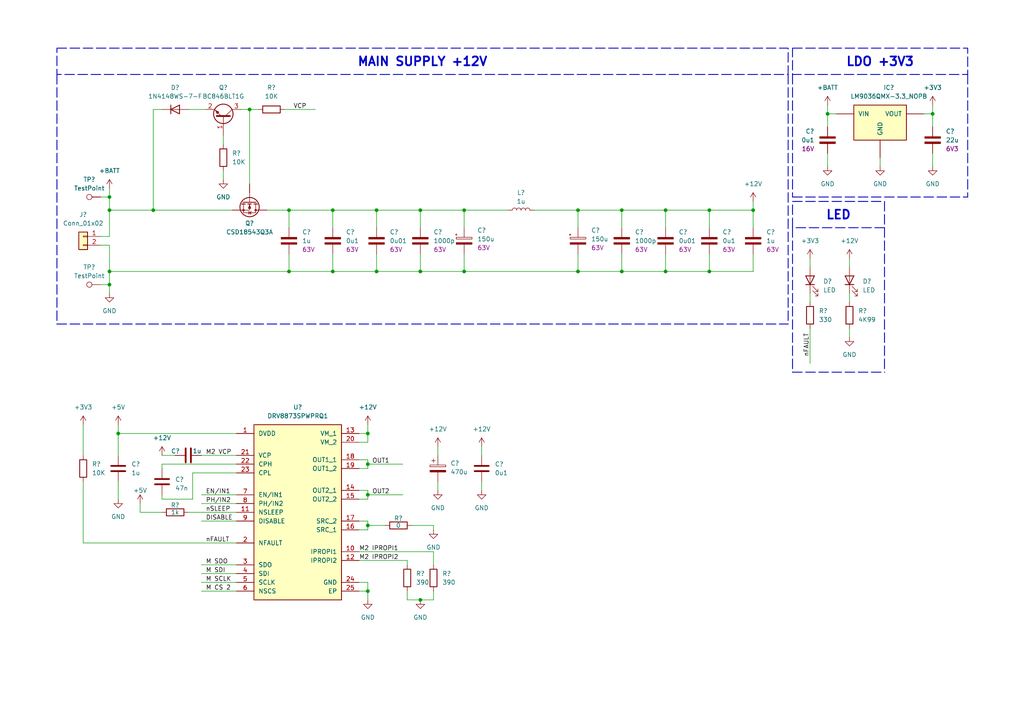
<source format=kicad_sch>
(kicad_sch (version 20230121) (generator eeschema)
  (paper "A4")
  (title_block (title "Test PCB For Sentinels Robotics") (date "2023-11-29") (rev "1") (company "Sentinels Robotics") (comment 1 "Designer:Vincent Cayadi"))
  (lib_symbols
    (symbol "Connector:TestPoint" (pin_numbers hide) (pin_names (offset 0.762) hide)
      (property "Reference" "TP" (at 0 6.858 0))
      (property "Value" "TestPoint" (at 0 5.08 0))
      (symbol "TestPoint_0_1"
        (circle (center 0 3.302) (radius 0.762))
      )
      (symbol "TestPoint_1_1"
        (pin passive line (at 0 0 90) (length 2.54) (name "1") (number "1"))
      )
    )
    (symbol "Connector_Generic:Conn_01x02" (pin_names (offset 1.016) hide)
      (property "Reference" "J" (at 0 2.54 0))
      (property "Value" "Conn_01x02" (at 0 -5.08 0))
      (symbol "Conn_01x02_1_1"
        (rectangle (start -1.27 -2.413) (end 0 -2.667) (stroke (width 0.1524)))
        (rectangle (start -1.27 0.127) (end 0 -0.127) (stroke (width 0.1524)))
        (rectangle (start -1.27 1.27) (end 1.27 -3.81) (stroke (width 0.254)) (fill (type background)))
        (pin passive line (at -5.08 0 0) (length 3.81) (name "Pin_1") (number "1"))
        (pin passive line (at -5.08 -2.54 0) (length 3.81) (name "Pin_2") (number "2"))
      )
    )
    (symbol "Device:C" (pin_numbers hide) (pin_names (offset 0.254))
      (property "Reference" "C" (at 0.635 2.54 0))
      (property "Value" "C" (at 0.635 -2.54 0))
      (symbol "C_0_1"
        (polyline (pts (xy -2.032 -0.762) (xy 2.032 -0.762)) (stroke (width 0.508)))
        (polyline (pts (xy -2.032 0.762) (xy 2.032 0.762)) (stroke (width 0.508)))
      )
      (symbol "C_1_1"
        (pin passive line (at 0 3.81 270) (length 2.794) (name "~") (number "1"))
        (pin passive line (at 0 -3.81 90) (length 2.794) (name "~") (number "2"))
      )
    )
    (symbol "Device:C_Polarized" (pin_numbers hide) (pin_names (offset 0.254))
      (property "Reference" "C" (at 0.635 2.54 0))
      (property "Value" "C_Polarized" (at 0.635 -2.54 0))
      (symbol "C_Polarized_0_1"
        (rectangle (start -2.286 0.508) (end 2.286 1.016))
        (polyline (pts (xy -1.778 2.286) (xy -0.762 2.286)))
        (polyline (pts (xy -1.27 2.794) (xy -1.27 1.778)))
        (rectangle (start 2.286 -0.508) (end -2.286 -1.016) (fill (type outline)))
      )
      (symbol "C_Polarized_1_1"
        (pin passive line (at 0 3.81 270) (length 2.794) (name "~") (number "1"))
        (pin passive line (at 0 -3.81 90) (length 2.794) (name "~") (number "2"))
      )
    )
    (symbol "Device:D" (pin_numbers hide) (pin_names (offset 1.016) hide)
      (property "Reference" "D" (at 0 2.54 0))
      (property "Value" "D" (at 0 -2.54 0))
      (symbol "D_0_1"
        (polyline (pts (xy -1.27 1.27) (xy -1.27 -1.27)) (stroke (width 0.254)))
        (polyline (pts (xy 1.27 0) (xy -1.27 0)))
        (polyline (pts (xy 1.27 1.27) (xy 1.27 -1.27) (xy -1.27 0) (xy 1.27 1.27)) (stroke (width 0.254)))
      )
      (symbol "D_1_1"
        (pin passive line (at -3.81 0 0) (length 2.54) (name "K") (number "1"))
        (pin passive line (at 3.81 0 180) (length 2.54) (name "A") (number "2"))
      )
    )
    (symbol "Device:L" (pin_numbers hide) (pin_names (offset 1.016) hide)
      (property "Reference" "L" (at -1.27 0 90))
      (property "Value" "L" (at 1.905 0 90))
      (symbol "L_0_1"
        (arc (start 0 -2.54) (mid 0.6323 -1.905) (end 0 -1.27))
        (arc (start 0 -1.27) (mid 0.6323 -0.635) (end 0 0))
        (arc (start 0 0) (mid 0.6323 0.635) (end 0 1.27))
        (arc (start 0 1.27) (mid 0.6323 1.905) (end 0 2.54))
      )
      (symbol "L_1_1"
        (pin passive line (at 0 3.81 270) (length 1.27) (name "1") (number "1"))
        (pin passive line (at 0 -3.81 90) (length 1.27) (name "2") (number "2"))
      )
    )
    (symbol "Device:LED" (pin_numbers hide) (pin_names (offset 1.016) hide)
      (property "Reference" "D" (at 0 2.54 0))
      (property "Value" "LED" (at 0 -2.54 0))
      (symbol "LED_0_1"
        (polyline (pts (xy -1.27 -1.27) (xy -1.27 1.27)) (stroke (width 0.254)))
        (polyline (pts (xy -1.27 0) (xy 1.27 0)))
        (polyline (pts (xy 1.27 -1.27) (xy 1.27 1.27) (xy -1.27 0) (xy 1.27 -1.27)) (stroke (width 0.254)))
        (polyline (pts (xy -3.048 -0.762) (xy -4.572 -2.286) (xy -3.81 -2.286) (xy -4.572 -2.286) (xy -4.572 -1.524)))
        (polyline (pts (xy -1.778 -0.762) (xy -3.302 -2.286) (xy -2.54 -2.286) (xy -3.302 -2.286) (xy -3.302 -1.524)))
      )
      (symbol "LED_1_1"
        (pin passive line (at -3.81 0 0) (length 2.54) (name "K") (number "1"))
        (pin passive line (at 3.81 0 180) (length 2.54) (name "A") (number "2"))
      )
    )
    (symbol "Device:R" (pin_numbers hide) (pin_names (offset 0))
      (property "Reference" "R" (at 2.032 0 90))
      (property "Value" "R" (at 0 0 90))
      (symbol "R_0_1"
        (rectangle (start -1.016 -2.54) (end 1.016 2.54) (stroke (width 0.254)))
      )
      (symbol "R_1_1"
        (pin passive line (at 0 3.81 270) (length 1.27) (name "~") (number "1"))
        (pin passive line (at 0 -3.81 90) (length 1.27) (name "~") (number "2"))
      )
    )
    (symbol "Transistor_BJT:MMBTA42" (pin_names (offset 0) hide)
      (property "Reference" "Q" (at 5.08 1.905 0))
      (property "Value" "MMBTA42" (at 5.08 0 0))
      (symbol "MMBTA42_0_1"
        (polyline (pts (xy 0 0) (xy 0.635 0)))
        (polyline (pts (xy 0.635 0.635) (xy 2.54 2.54)))
        (polyline (pts (xy 0.635 -0.635) (xy 2.54 -2.54) (xy 2.54 -2.54)))
        (polyline (pts (xy 0.635 1.905) (xy 0.635 -1.905) (xy 0.635 -1.905)) (stroke (width 0.508)))
        (polyline (pts (xy 1.27 -1.778) (xy 1.778 -1.27) (xy 2.286 -2.286) (xy 1.27 -1.778) (xy 1.27 -1.778)) (fill (type outline)))
        (circle (center 1.27 0) (radius 2.8194) (stroke (width 0.254)))
      )
      (symbol "MMBTA42_1_1"
        (pin input line (at -5.08 0 0) (length 5.08) (name "B") (number "1"))
        (pin passive line (at 2.54 -5.08 90) (length 2.54) (name "E") (number "2"))
        (pin passive line (at 2.54 5.08 270) (length 2.54) (name "C") (number "3"))
      )
    )
    (symbol "power:+12V" (power) (pin_names (offset 0))
      (property "Value" "+12V" (at 0 3.556 0))
      (symbol "+12V_0_1"
        (polyline (pts (xy -0.762 1.27) (xy 0 2.54)))
        (polyline (pts (xy 0 0) (xy 0 2.54)))
        (polyline (pts (xy 0 2.54) (xy 0.762 1.27)))
      )
      (symbol "+12V_1_1"
        (pin power_in line (at 0 0 90) (length 0) hide (name "+12V") (number "1"))
      )
    )
    (symbol "power:+3V3" (power) (pin_names (offset 0))
      (property "Value" "+3V3" (at 0 3.556 0))
      (symbol "+3V3_0_1"
        (polyline (pts (xy -0.762 1.27) (xy 0 2.54)))
        (polyline (pts (xy 0 0) (xy 0 2.54)))
        (polyline (pts (xy 0 2.54) (xy 0.762 1.27)))
      )
      (symbol "+3V3_1_1"
        (pin power_in line (at 0 0 90) (length 0) hide (name "+3V3") (number "1"))
      )
    )
    (symbol "power:+5V" (power) (pin_names (offset 0))
      (property "Value" "+5V" (at 0 3.556 0))
      (symbol "+5V_0_1"
        (polyline (pts (xy -0.762 1.27) (xy 0 2.54)))
        (polyline (pts (xy 0 0) (xy 0 2.54)))
        (polyline (pts (xy 0 2.54) (xy 0.762 1.27)))
      )
      (symbol "+5V_1_1"
        (pin power_in line (at 0 0 90) (length 0) hide (name "+5V") (number "1"))
      )
    )
    (symbol "power:+BATT" (power) (pin_names (offset 0))
      (property "Value" "+BATT" (at 0 3.556 0))
      (symbol "+BATT_0_1"
        (polyline (pts (xy -0.762 1.27) (xy 0 2.54)))
        (polyline (pts (xy 0 0) (xy 0 2.54)))
        (polyline (pts (xy 0 2.54) (xy 0.762 1.27)))
      )
      (symbol "+BATT_1_1"
        (pin power_in line (at 0 0 90) (length 0) hide (name "+BATT") (number "1"))
      )
    )
    (symbol "power:GND" (power) (pin_names (offset 0))
      (property "Value" "GND" (at 0 -3.81 0))
      (symbol "GND_0_1"
        (polyline (pts (xy 0 0) (xy 0 -1.27) (xy 1.27 -1.27) (xy 0 -2.54) (xy -1.27 -1.27) (xy 0 -1.27)))
      )
      (symbol "GND_1_1"
        (pin power_in line (at 0 0 270) (length 0) hide (name "GND") (number "1"))
      )
    )
    (symbol "vincent:C" (pin_numbers hide) (pin_names (offset 1.27))
      (property "Reference" "C" (at 0.635 2.54 0))
      (property "Value" "C" (at 0.635 -2.54 0))
      (property "Rating" "V" (at 3.81 -2.54 0))
      (symbol "C_1_1"
        (rectangle (start -2.286 -0.508) (end 2.286 -1.016) (fill (type outline)))
        (rectangle (start -2.286 1.016) (end 2.286 0.508) (fill (type outline)))
        (pin passive line (at 0 3.81 270) (length 2.794) (name "~") (number "1"))
        (pin passive line (at 0 -3.81 90) (length 2.794) (name "~") (number "2"))
      )
    )
    (symbol "vincent:CSD18543Q3A" (pin_numbers hide) (pin_names hide)
      (property "Reference" "Q" (at 0 8.89 0))
      (property "Value" "CSD18543Q3A" (at 0 6.35 0))
      (symbol "CSD18543Q3A_0_1"
        (polyline (pts (xy 5.334 -5.08) (xy 2.54 -5.08)))
        (polyline (pts (xy 5.334 -3.175) (xy 5.334 -6.985)) (stroke (width 0.254)))
        (polyline (pts (xy 5.842 -6.35) (xy 5.842 -7.366)) (stroke (width 0.254)))
        (polyline (pts (xy 5.842 -4.572) (xy 5.842 -5.588)) (stroke (width 0.254)))
        (polyline (pts (xy 5.842 -2.794) (xy 5.842 -3.81)) (stroke (width 0.254)))
        (polyline (pts (xy 7.62 -2.54) (xy 7.62 -3.302)))
        (polyline (pts (xy 7.62 -7.62) (xy 7.62 -5.08) (xy 5.842 -5.08)))
        (polyline (pts (xy 5.842 -6.858) (xy 8.382 -6.858) (xy 8.382 -3.302) (xy 5.842 -3.302)))
        (polyline (pts (xy 6.096 -5.08) (xy 7.112 -4.699) (xy 7.112 -5.461) (xy 6.096 -5.08)) (fill (type outline)))
        (polyline (pts (xy 7.874 -4.572) (xy 8.001 -4.699) (xy 8.763 -4.699) (xy 8.89 -4.826)))
        (polyline (pts (xy 8.382 -4.699) (xy 8.001 -5.334) (xy 8.763 -5.334) (xy 8.382 -4.699)))
        (circle (center 6.731 -5.08) (radius 2.794) (stroke (width 0.254)))
        (circle (center 7.62 -6.858) (radius 0.254) (fill (type outline)))
        (circle (center 7.62 -3.302) (radius 0.254) (fill (type outline)))
      )
      (symbol "CSD18543Q3A_1_1"
        (pin passive line (at 7.62 -10.16 90) (length 2.54) (name "S") (number "1,2,3"))
        (pin passive line (at 7.62 0 270) (length 2.54) (name "D") (number "1,2,3,4,5"))
        (pin passive line (at 0 -5.08 0) (length 2.54) (name "G") (number "4"))
      )
    )
    (symbol "vincent:C_Polarized" (pin_numbers hide) (pin_names (offset 1.27))
      (property "Reference" "C" (at 0.635 2.54 0))
      (property "Value" "C_Polarized" (at 0.635 -2.54 0))
      (property "Rating" "V" (at 3.81 -2.54 0))
      (symbol "C_Polarized_1_1"
        (rectangle (start -2.286 -0.508) (end 2.286 -1.016) (fill (type outline)))
        (rectangle (start -2.286 1.016) (end 2.286 0.508))
        (polyline (pts (xy -2.54 1.778) (xy -2.032 1.778)))
        (polyline (pts (xy -2.286 1.524) (xy -2.286 2.032)))
        (pin passive line (at 0 3.81 270) (length 2.794) (name "~") (number "1"))
        (pin passive line (at 0 -3.81 90) (length 2.794) (name "~") (number "2"))
      )
    )
    (symbol "vincent:DRV8873SPWPRQ1" (pin_names (offset 1.27))
      (property "Reference" "U?" (at 19.05 -1.27 0))
      (property "Value" "DRV8873SPWPRQ1" (at 19.05 -3.81 0))
      (symbol "DRV8873SPWPRQ1_1_1"
        (rectangle (start 6.35 -6.35) (end 31.75 -57.15) (stroke (width 0.254)) (fill (type background)))
        (pin passive line (at 1.27 -8.89 0) (length 5.08) (name "DVDD") (number "1"))
        (pin passive line (at 36.83 -43.18 180) (length 5.08) (name "IPROPI1") (number "10"))
        (pin passive line (at 1.27 -31.75 0) (length 5.08) (name "NSLEEP") (number "11"))
        (pin passive line (at 36.83 -45.72 180) (length 5.08) (name "IPROPI2") (number "12"))
        (pin passive line (at 36.83 -8.89 180) (length 5.08) (name "VM_1") (number "13"))
        (pin passive line (at 36.83 -25.4 180) (length 5.08) (name "OUT2_1") (number "14"))
        (pin passive line (at 36.83 -27.94 180) (length 5.08) (name "OUT2_2") (number "15"))
        (pin passive line (at 36.83 -36.83 180) (length 5.08) (name "SRC_1") (number "16"))
        (pin passive line (at 36.83 -34.29 180) (length 5.08) (name "SRC_2") (number "17"))
        (pin passive line (at 36.83 -16.51 180) (length 5.08) (name "OUT1_1") (number "18"))
        (pin passive line (at 36.83 -19.05 180) (length 5.08) (name "OUT1_2") (number "19"))
        (pin passive line (at 1.27 -40.64 0) (length 5.08) (name "NFAULT") (number "2"))
        (pin passive line (at 36.83 -11.43 180) (length 5.08) (name "VM_2") (number "20"))
        (pin passive line (at 1.27 -15.24 0) (length 5.08) (name "VCP") (number "21"))
        (pin passive line (at 1.27 -17.78 0) (length 5.08) (name "CPH") (number "22"))
        (pin passive line (at 1.27 -20.32 0) (length 5.08) (name "CPL") (number "23"))
        (pin passive line (at 36.83 -52.07 180) (length 5.08) (name "GND") (number "24"))
        (pin passive line (at 36.83 -54.61 180) (length 5.08) (name "EP") (number "25"))
        (pin passive line (at 1.27 -46.99 0) (length 5.08) (name "SDO") (number "3"))
        (pin passive line (at 1.27 -49.53 0) (length 5.08) (name "SDI") (number "4"))
        (pin passive line (at 1.27 -52.07 0) (length 5.08) (name "SCLK") (number "5"))
        (pin passive line (at 1.27 -54.61 0) (length 5.08) (name "NSCS") (number "6"))
        (pin passive line (at 1.27 -26.67 0) (length 5.08) (name "EN/IN1") (number "7"))
        (pin passive line (at 1.27 -29.21 0) (length 5.08) (name "PH/IN2") (number "8"))
        (pin passive line (at 1.27 -34.29 0) (length 5.08) (name "DISABLE") (number "9"))
      )
    )
    (symbol "vincent:LM9036QMX-3.3_NOPB" (pin_numbers hide) (pin_names (offset 1.27))
      (property "Reference" "IC" (at 5.08 7.62 0))
      (property "Value" "LM9036QMX-3.3_NOPB" (at 5.08 5.08 0))
      (symbol "LM9036QMX-3.3_NOPB_1_1"
        (rectangle (start 5.08 2.54) (end 20.32 -7.62) (stroke (width 0.254)) (fill (type background)))
        (pin passive line (at 25.4 0 180) (length 5.08) (name "VOUT") (number "1"))
        (pin passive line (at 12.7 -12.7 90) (length 5.08) (name "GND") (number "2,3,6,7"))
        (pin passive line (at 10.16 -12.7 90) (length 5.08) hide (name "N/C_1") (number "4"))
        (pin passive line (at 15.24 -12.7 90) (length 5.08) hide (name "N/C_2") (number "5"))
        (pin passive line (at 0 0 0) (length 5.08) (name "VIN") (number "8"))
      )
    )
  )
  (junction (at 109.22 78.74))
  (junction (at 167.64 60.96))
  (junction (at 83.82 78.74))
  (junction (at 83.82 60.96))
  (junction (at 205.74 60.96))
  (junction (at 218.44 60.96))
  (junction (at 31.75 82.55))
  (junction (at 109.22 60.96))
  (junction (at 134.62 78.74))
  (junction (at 34.29 125.73))
  (junction (at 44.45 60.96))
  (junction (at 31.75 78.74))
  (junction (at 180.34 78.74))
  (junction (at 240.03 33.02))
  (junction (at 121.92 78.74))
  (junction (at 106.68 152.4))
  (junction (at 31.75 60.96))
  (junction (at 106.68 171.45))
  (junction (at 106.68 143.51))
  (junction (at 270.51 33.02))
  (junction (at 96.52 60.96))
  (junction (at 106.68 134.62))
  (junction (at 134.62 60.96))
  (junction (at 205.74 78.74))
  (junction (at 180.34 60.96))
  (junction (at 31.75 57.15))
  (junction (at 96.52 78.74))
  (junction (at 193.04 78.74))
  (junction (at 121.92 173.99))
  (junction (at 72.39 31.75))
  (junction (at 106.68 125.73))
  (junction (at 193.04 60.96))
  (junction (at 121.92 60.96))
  (junction (at 167.64 78.74))
  (wire (pts (xy 134.62 60.96) (xy 134.62 66.04)))
  (wire (pts (xy 118.11 173.99) (xy 121.92 173.99)))
  (wire (pts (xy 106.68 144.78) (xy 106.68 143.51)))
  (wire (pts (xy 58.42 168.91) (xy 68.58 168.91)))
  (wire (pts (xy 240.03 44.45) (xy 240.03 48.26)))
  (wire (pts (xy 104.14 151.13) (xy 106.68 151.13)))
  (wire (pts (xy 167.64 60.96) (xy 180.34 60.96)))
  (wire (pts (xy 58.42 151.13) (xy 68.58 151.13)))
  (wire (pts (xy 96.52 78.74) (xy 109.22 78.74)))
  (wire (pts (xy 29.21 57.15) (xy 31.75 57.15)))
  (wire (pts (xy 31.75 78.74) (xy 83.82 78.74)))
  (wire (pts (xy 240.03 33.02) (xy 242.57 33.02)))
  (wire (pts (xy 118.11 162.56) (xy 118.11 163.83)))
  (wire (pts (xy 55.88 137.16) (xy 55.88 144.78)))
  (wire (pts (xy 96.52 60.96) (xy 109.22 60.96)))
  (wire (pts (xy 205.74 78.74) (xy 218.44 78.74)))
  (wire (pts (xy 267.97 33.02) (xy 270.51 33.02)))
  (wire (pts (xy 121.92 60.96) (xy 134.62 60.96)))
  (wire (pts (xy 104.14 128.27) (xy 106.68 128.27)))
  (wire (pts (xy 134.62 78.74) (xy 167.64 78.74)))
  (wire (pts (xy 109.22 73.66) (xy 109.22 78.74)))
  (wire (pts (xy 50.8 132.08) (xy 46.99 132.08)))
  (wire (pts (xy 24.13 123.19) (xy 24.13 132.08)))
  (wire (pts (xy 106.68 152.4) (xy 111.76 152.4)))
  (wire (pts (xy 205.74 60.96) (xy 218.44 60.96)))
  (wire (pts (xy 109.22 60.96) (xy 109.22 66.04)))
  (wire (pts (xy 125.73 171.45) (xy 125.73 173.99)))
  (wire (pts (xy 44.45 60.96) (xy 67.31 60.96)))
  (wire (pts (xy 106.68 134.62) (xy 106.68 133.35)))
  (polyline (pts (xy 256.54 66.04) (xy 256.54 107.95)) (stroke (width 0.254) (type dash)))
  (wire (pts (xy 240.03 33.02) (xy 240.03 36.83)))
  (wire (pts (xy 270.51 33.02) (xy 270.51 36.83)))
  (wire (pts (xy 40.64 148.59) (xy 46.99 148.59)))
  (polyline (pts (xy 229.87 57.15) (xy 280.67 57.15)) (stroke (width 0.254) (type dash)))
  (wire (pts (xy 77.47 60.96) (xy 83.82 60.96)))
  (wire (pts (xy 83.82 73.66) (xy 83.82 78.74)))
  (wire (pts (xy 54.61 31.75) (xy 59.69 31.75)))
  (wire (pts (xy 193.04 60.96) (xy 193.04 66.04)))
  (wire (pts (xy 118.11 171.45) (xy 118.11 173.99)))
  (wire (pts (xy 121.92 173.99) (xy 125.73 173.99)))
  (wire (pts (xy 106.68 143.51) (xy 116.84 143.51)))
  (wire (pts (xy 68.58 137.16) (xy 55.88 137.16)))
  (wire (pts (xy 234.95 85.09) (xy 234.95 87.63)))
  (wire (pts (xy 106.68 168.91) (xy 106.68 171.45)))
  (wire (pts (xy 134.62 73.66) (xy 134.62 78.74)))
  (wire (pts (xy 40.64 146.05) (xy 40.64 148.59)))
  (wire (pts (xy 193.04 73.66) (xy 193.04 78.74)))
  (wire (pts (xy 31.75 60.96) (xy 31.75 68.58)))
  (polyline (pts (xy 16.51 93.98) (xy 228.6 93.98)) (stroke (width 0.254) (type dash)))
  (wire (pts (xy 125.73 152.4) (xy 125.73 153.67)))
  (wire (pts (xy 106.68 125.73) (xy 106.68 128.27)))
  (wire (pts (xy 106.68 135.89) (xy 106.68 134.62)))
  (wire (pts (xy 127 142.24) (xy 127 139.7)))
  (wire (pts (xy 109.22 60.96) (xy 121.92 60.96)))
  (wire (pts (xy 31.75 78.74) (xy 31.75 82.55)))
  (wire (pts (xy 167.64 73.66) (xy 167.64 78.74)))
  (wire (pts (xy 106.68 123.19) (xy 106.68 125.73)))
  (wire (pts (xy 44.45 31.75) (xy 44.45 60.96)))
  (wire (pts (xy 139.7 129.54) (xy 139.7 132.08)))
  (wire (pts (xy 46.99 134.62) (xy 68.58 134.62)))
  (wire (pts (xy 46.99 135.89) (xy 46.99 134.62)))
  (wire (pts (xy 270.51 44.45) (xy 270.51 48.26)))
  (wire (pts (xy 34.29 125.73) (xy 34.29 132.08)))
  (wire (pts (xy 218.44 73.66) (xy 218.44 78.74)))
  (wire (pts (xy 270.51 30.48) (xy 270.51 33.02)))
  (wire (pts (xy 29.21 82.55) (xy 31.75 82.55)))
  (wire (pts (xy 34.29 125.73) (xy 68.58 125.73)))
  (wire (pts (xy 180.34 60.96) (xy 193.04 60.96)))
  (polyline (pts (xy 280.67 21.59) (xy 280.67 57.15)) (stroke (width 0.254) (type dash)))
  (wire (pts (xy 246.38 74.93) (xy 246.38 77.47)))
  (wire (pts (xy 218.44 60.96) (xy 218.44 66.04)))
  (wire (pts (xy 24.13 157.48) (xy 68.58 157.48)))
  (wire (pts (xy 125.73 160.02) (xy 125.73 163.83)))
  (wire (pts (xy 46.99 143.51) (xy 46.99 144.78)))
  (wire (pts (xy 246.38 85.09) (xy 246.38 87.63)))
  (polyline (pts (xy 229.87 21.59) (xy 229.87 57.15)) (stroke (width 0.254) (type dash)))
  (wire (pts (xy 193.04 78.74) (xy 205.74 78.74)))
  (wire (pts (xy 180.34 78.74) (xy 193.04 78.74)))
  (wire (pts (xy 167.64 60.96) (xy 167.64 66.04)))
  (wire (pts (xy 31.75 54.61) (xy 31.75 57.15)))
  (wire (pts (xy 180.34 60.96) (xy 180.34 66.04)))
  (wire (pts (xy 29.21 68.58) (xy 31.75 68.58)))
  (wire (pts (xy 205.74 73.66) (xy 205.74 78.74)))
  (wire (pts (xy 69.85 31.75) (xy 72.39 31.75)))
  (wire (pts (xy 58.42 171.45) (xy 68.58 171.45)))
  (polyline (pts (xy 229.87 66.04) (xy 229.87 107.95)) (stroke (width 0.254) (type dash)))
  (wire (pts (xy 58.42 146.05) (xy 68.58 146.05)))
  (polyline (pts (xy 228.6 21.59) (xy 228.6 93.98)) (stroke (width 0.254) (type dash)))
  (wire (pts (xy 121.92 78.74) (xy 134.62 78.74)))
  (wire (pts (xy 104.14 133.35) (xy 106.68 133.35)))
  (wire (pts (xy 96.52 73.66) (xy 96.52 78.74)))
  (wire (pts (xy 58.42 132.08) (xy 68.58 132.08)))
  (wire (pts (xy 180.34 73.66) (xy 180.34 78.74)))
  (wire (pts (xy 106.68 134.62) (xy 116.84 134.62)))
  (polyline (pts (xy 16.51 21.59) (xy 16.51 93.98)) (stroke (width 0.254) (type dash)))
  (wire (pts (xy 104.14 168.91) (xy 106.68 168.91)))
  (wire (pts (xy 31.75 71.12) (xy 31.75 78.74)))
  (wire (pts (xy 104.14 125.73) (xy 106.68 125.73)))
  (wire (pts (xy 58.42 163.83) (xy 68.58 163.83)))
  (wire (pts (xy 24.13 139.7) (xy 24.13 157.48)))
  (wire (pts (xy 121.92 73.66) (xy 121.92 78.74)))
  (wire (pts (xy 109.22 78.74) (xy 121.92 78.74)))
  (wire (pts (xy 193.04 60.96) (xy 205.74 60.96)))
  (wire (pts (xy 72.39 31.75) (xy 74.93 31.75)))
  (wire (pts (xy 44.45 31.75) (xy 46.99 31.75)))
  (wire (pts (xy 104.14 135.89) (xy 106.68 135.89)))
  (wire (pts (xy 234.95 95.25) (xy 234.95 105.41)))
  (wire (pts (xy 31.75 60.96) (xy 44.45 60.96)))
  (wire (pts (xy 34.29 123.19) (xy 34.29 125.73)))
  (wire (pts (xy 82.55 31.75) (xy 91.44 31.75)))
  (wire (pts (xy 29.21 71.12) (xy 31.75 71.12)))
  (wire (pts (xy 127 129.54) (xy 127 132.08)))
  (wire (pts (xy 106.68 152.4) (xy 106.68 151.13)))
  (wire (pts (xy 106.68 153.67) (xy 106.68 152.4)))
  (wire (pts (xy 121.92 60.96) (xy 121.92 66.04)))
  (wire (pts (xy 72.39 31.75) (xy 72.39 53.34)))
  (wire (pts (xy 34.29 139.7) (xy 34.29 144.78)))
  (wire (pts (xy 58.42 143.51) (xy 68.58 143.51)))
  (wire (pts (xy 64.77 39.37) (xy 64.77 41.91)))
  (wire (pts (xy 83.82 60.96) (xy 83.82 66.04)))
  (wire (pts (xy 64.77 49.53) (xy 64.77 52.07)))
  (wire (pts (xy 31.75 82.55) (xy 31.75 85.09)))
  (wire (pts (xy 134.62 60.96) (xy 147.32 60.96)))
  (wire (pts (xy 104.14 160.02) (xy 125.73 160.02)))
  (wire (pts (xy 104.14 153.67) (xy 106.68 153.67)))
  (wire (pts (xy 83.82 78.74) (xy 96.52 78.74)))
  (wire (pts (xy 167.64 78.74) (xy 180.34 78.74)))
  (wire (pts (xy 104.14 171.45) (xy 106.68 171.45)))
  (wire (pts (xy 119.38 152.4) (xy 125.73 152.4)))
  (wire (pts (xy 234.95 74.93) (xy 234.95 77.47)))
  (wire (pts (xy 55.88 144.78) (xy 46.99 144.78)))
  (wire (pts (xy 104.14 142.24) (xy 106.68 142.24)))
  (wire (pts (xy 96.52 60.96) (xy 96.52 66.04)))
  (wire (pts (xy 104.14 144.78) (xy 106.68 144.78)))
  (wire (pts (xy 106.68 171.45) (xy 106.68 173.99)))
  (wire (pts (xy 154.94 60.96) (xy 167.64 60.96)))
  (wire (pts (xy 246.38 95.25) (xy 246.38 97.79)))
  (wire (pts (xy 205.74 60.96) (xy 205.74 66.04)))
  (wire (pts (xy 31.75 57.15) (xy 31.75 60.96)))
  (wire (pts (xy 54.61 148.59) (xy 68.58 148.59)))
  (wire (pts (xy 218.44 58.42) (xy 218.44 60.96)))
  (wire (pts (xy 255.27 45.72) (xy 255.27 48.26)))
  (wire (pts (xy 104.14 162.56) (xy 118.11 162.56)))
  (wire (pts (xy 83.82 60.96) (xy 96.52 60.96)))
  (wire (pts (xy 106.68 143.51) (xy 106.68 142.24)))
  (wire (pts (xy 139.7 142.24) (xy 139.7 139.7)))
  (wire (pts (xy 240.03 30.48) (xy 240.03 33.02)))
  (polyline (pts (xy 229.87 107.95) (xy 256.54 107.95)) (stroke (width 0.254) (type dash)))
  (wire (pts (xy 58.42 166.37) (xy 68.58 166.37)))
  (text_box "LDO +3V3" (at 229.87 13.97 0) (size 50.8 7.62) (stroke (width 0.254) (type dash)) (effects (font (size 2.54 2.54) (thickness 0.508) bold)))
  (text_box "LED" (at 229.87 58.42 0) (size 26.67 7.62) (stroke (width 0.254) (type dash)) (effects (font (size 2.54 2.54) (thickness 0.508) bold)))
  (text_box "MAIN SUPPLY +12V\n" (at 16.51 13.97 0) (size 212.09 7.62) (stroke (width 0.254) (type dash)) (effects (font (size 2.54 2.54) (thickness 0.508) bold)))
  (label "nFAULT" (at 59.69 157.48 0))
  (label "OUT1" (at 107.95 134.62 0))
  (label "M SDO" (at 59.69 163.83 0))
  (label "M CS 2" (at 59.69 171.45 0))
  (label "M2 IPROPI1" (at 115.57 160.02 180))
  (label "M2 IPROPI2" (at 115.57 162.56 180))
  (label "VCP" (at 85.09 31.75 0))
  (label "OUT2" (at 107.95 143.51 0))
  (label "M SDI" (at 59.69 166.37 0))
  (label "M SCLK" (at 59.69 168.91 0))
  (label "M2 VCP" (at 59.69 132.08 0))
  (label "nSLEEP" (at 59.69 148.59 0))
  (label "DISABLE" (at 59.69 151.13 0))
  (label "EN{slash}IN1" (at 59.69 143.51 0))
  (label "nFAULT" (at 234.95 96.52 270))
  (label "PH{slash}IN2" (at 59.69 146.05 0))
  (symbol (lib_id "vincent:CSD18543Q3A") (at 77.47 53.34 270) (unit 1)
    (property "Reference" "Q?" (at 72.39 64.77 90))
    (property "Value" "CSD18543Q3A" (at 72.39 67.31 90))
    (property "Footprint" "CSD18543Q3A" (effects hide))
    (property "Datasheet" "https://www.arrow.com/en/products/csd18543q3a/texas-instruments?region=nac" (effects hide))
    (property "Height" "0.9" (effects hide))
    (property "Mouser Part Number" "595-CSD18543Q3A" (effects hide))
    (property "Mouser Price/Stock" "https://www.mouser.co.uk/ProductDetail/Texas-Instruments/CSD18543Q3A?qs=34RfhUjJmKdfuflvn5YUjA%3D%3D" (effects hide))
    (property "Manufacturer_Name" "Texas Instruments" (effects hide))
    (property "Manufacturer_Part_Number" "CSD18543Q3A" (effects hide))
  )
  (symbol (lib_id "Device:C") (at 34.29 135.89 0) (mirror y) (unit 1)
    (property "Reference" "C?" (at 38.1 134.6199 0) (effects (justify right)))
    (property "Value" "1u" (at 38.1 137.1599 0) (effects (justify right)))
    (property "Footprint" "2024l2:cap0603" (effects hide))
    (property "LCSC" "C59782" (effects hide))
  )
  (symbol (lib_id "vincent:C") (at 205.74 69.85 0) (unit 1)
    (property "Reference" "C?" (at 209.55 67.31 0) (effects (justify left)))
    (property "Value" "0u1" (at 209.55 69.85 0) (effects (justify left)))
    (property "Rating" "63V" (at 209.55 72.39 0) (effects (justify left)))
  )
  (symbol (lib_id "Device:C") (at 139.7 135.89 0) (mirror y) (unit 1)
    (property "Reference" "C?" (at 143.51 134.6199 0) (effects (justify right)))
    (property "Value" "0u1" (at 143.51 137.1599 0) (effects (justify right)))
    (property "Footprint" "2024l2:cap0603" (effects hide))
    (property "LCSC" "C577419" (effects hide))
  )
  (symbol (lib_id "power:+12V") (at 139.7 129.54 0) (unit 1)
    (property "Reference" "#PWR05" (effects hide))
    (property "Value" "+12V" (at 139.7 124.46 0))
  )
  (symbol (lib_id "power:+12V") (at 46.99 132.08 0) (unit 1)
    (property "Reference" "#PWR03" (effects hide))
    (property "Value" "+12V" (at 46.99 127 0))
  )
  (symbol (lib_id "Device:R") (at 246.38 91.44 0) (unit 1)
    (property "Reference" "R?" (at 248.92 90.17 0) (effects (justify left)))
    (property "Value" "4K99" (at 248.92 92.71 0) (effects (justify left)))
  )
  (symbol (lib_id "Device:C") (at 46.99 139.7 0) (mirror y) (unit 1)
    (property "Reference" "C?" (at 50.8 139.065 0) (effects (justify right)))
    (property "Value" "47n" (at 50.8 141.605 0) (effects (justify right)))
    (property "Footprint" "2024l2:cap0603" (effects hide))
    (property "LCSC" "C2762284" (effects hide))
  )
  (symbol (lib_id "vincent:DRV8873SPWPRQ1") (at 67.31 116.84 0) (unit 1)
    (property "Reference" "U?" (at 86.36 118.11 0))
    (property "Value" "DRV8873SPWPRQ1" (at 86.36 120.65 0))
    (property "Footprint" "2024l2:SOP65P640X120-25N" (effects hide))
    (property "Datasheet" "http://www.ti.com/lit/gpn/drv8873-q1" (effects hide))
    (property "LCSC" "C2150662" (effects hide))
    (property "Height" "1.2" (effects hide))
    (property "Mouser Part Number" "595-DRV8873SPWPRQ1" (effects hide))
    (property "Mouser Price/Stock" "https://www.mouser.co.uk/ProductDetail/Texas-Instruments/DRV8873SPWPRQ1?qs=w%2Fv1CP2dgqqzptMVbPbEvA%3D%3D" (effects hide))
    (property "Manufacturer_Name" "Texas Instruments" (effects hide))
    (property "Manufacturer_Part_Number" "DRV8873SPWPRQ1" (effects hide))
  )
  (symbol (lib_id "power:+5V") (at 40.64 146.05 0) (unit 1)
    (property "Reference" "#PWR09" (effects hide))
    (property "Value" "+5V" (at 40.64 142.2457 0))
  )
  (symbol (lib_id "power:GND") (at 127 142.24 0) (unit 1)
    (property "Reference" "#PWR06" (effects hide))
    (property "Value" "GND" (at 127 147.32 0))
  )
  (symbol (lib_id "Device:R") (at 234.95 91.44 0) (unit 1)
    (property "Reference" "R?" (at 237.49 90.17 0) (effects (justify left)))
    (property "Value" "330" (at 237.49 92.71 0) (effects (justify left)))
  )
  (symbol (lib_id "power:GND") (at 246.38 97.79 0) (unit 1)
    (property "Reference" "#PWR021" (effects hide))
    (property "Value" "GND" (at 246.38 102.87 0))
  )
  (symbol (lib_id "power:+12V") (at 218.44 58.42 0) (unit 1)
    (property "Reference" "#PWR025" (effects hide))
    (property "Value" "+12V" (at 218.44 53.34 0))
  )
  (symbol (lib_id "vincent:C") (at 240.03 40.64 0) (mirror y) (unit 1)
    (property "Reference" "C?" (at 236.22 38.1 0) (effects (justify left)))
    (property "Value" "0u1" (at 236.22 40.64 0) (effects (justify left)))
    (property "Rating" "16V" (at 236.22 43.18 0) (effects (justify left)))
  )
  (symbol (lib_id "vincent:C") (at 121.92 69.85 0) (unit 1)
    (property "Reference" "C?" (at 125.73 67.31 0) (effects (justify left)))
    (property "Value" "1000p" (at 125.73 69.85 0) (effects (justify left)))
    (property "Rating" "63V" (at 125.73 72.39 0) (effects (justify left)))
  )
  (symbol (lib_id "power:+12V") (at 106.68 123.19 0) (unit 1)
    (property "Reference" "#PWR02" (effects hide))
    (property "Value" "+12V" (at 106.68 118.11 0))
  )
  (symbol (lib_id "Device:C_Polarized") (at 127 135.89 0) (unit 1)
    (property "Reference" "C?" (at 130.6593 134.366 0) (effects (justify left)))
    (property "Value" "470u" (at 130.6593 136.906 0) (effects (justify left)))
    (property "Footprint" "Capacitor_SMD:CP_Elec_10x10.5" (effects hide))
    (property "LCSC" "C259982" (effects hide))
  )
  (symbol (lib_id "vincent:C") (at 193.04 69.85 0) (unit 1)
    (property "Reference" "C?" (at 196.85 67.31 0) (effects (justify left)))
    (property "Value" "0u01" (at 196.85 69.85 0) (effects (justify left)))
    (property "Rating" "63V" (at 196.85 72.39 0) (effects (justify left)))
  )
  (symbol (lib_id "power:GND") (at 121.92 173.99 0) (unit 1)
    (property "Reference" "#PWR013" (effects hide))
    (property "Value" "GND" (at 121.92 179.07 0))
  )
  (symbol (lib_id "power:+5V") (at 34.29 123.19 0) (unit 1)
    (property "Reference" "#PWR01" (effects hide))
    (property "Value" "+5V" (at 34.29 118.11 0))
  )
  (symbol (lib_id "vincent:C_Polarized") (at 167.64 69.85 0) (unit 1)
    (property "Reference" "C?" (at 171.45 66.802 0) (effects (justify left)))
    (property "Value" "150u" (at 171.45 69.342 0) (effects (justify left)))
    (property "Rating" "63V" (at 171.45 71.882 0) (effects (justify left)))
  )
  (symbol (lib_id "Device:R") (at 125.73 167.64 0) (unit 1)
    (property "Reference" "R?" (at 128.27 166.3699 0) (effects (justify left)))
    (property "Value" "390" (at 128.27 168.9099 0) (effects (justify left)))
  )
  (symbol (lib_id "power:GND") (at 106.68 173.99 0) (unit 1)
    (property "Reference" "#PWR012" (effects hide))
    (property "Value" "GND" (at 106.68 179.07 0))
  )
  (symbol (lib_id "Device:R") (at 115.57 152.4 270) (unit 1)
    (property "Reference" "R?" (at 115.5712 150.3501 90))
    (property "Value" "0" (at 115.5382 152.4037 90))
    (property "Footprint" "2024l2:res0603" (effects hide))
  )
  (symbol (lib_id "Device:R") (at 118.11 167.64 0) (unit 1)
    (property "Reference" "R?" (at 120.65 166.3699 0) (effects (justify left)))
    (property "Value" "390" (at 120.65 168.9099 0) (effects (justify left)))
  )
  (symbol (lib_id "Device:R") (at 64.77 45.72 0) (unit 1)
    (property "Reference" "R?" (at 67.31 44.45 0) (effects (justify left)))
    (property "Value" "10K" (at 67.31 46.99 0) (effects (justify left)))
  )
  (symbol (lib_id "Connector:TestPoint") (at 29.21 57.15 90) (unit 1)
    (property "Reference" "TP?" (at 25.908 52.07 90))
    (property "Value" "TestPoint" (at 25.908 54.61 90))
  )
  (symbol (lib_id "Connector:TestPoint") (at 29.21 82.55 90) (unit 1)
    (property "Reference" "TP?" (at 25.908 77.47 90))
    (property "Value" "TestPoint" (at 25.908 80.01 90))
  )
  (symbol (lib_id "Device:R") (at 78.74 31.75 90) (unit 1)
    (property "Reference" "R?" (at 78.74 25.4 90))
    (property "Value" "10K" (at 78.74 27.94 90))
  )
  (symbol (lib_id "power:+BATT") (at 31.75 54.61 0) (unit 1)
    (property "Reference" "#PWR022" (effects hide))
    (property "Value" "+BATT" (at 31.75 49.53 0))
  )
  (symbol (lib_id "Connector_Generic:Conn_01x02") (at 24.13 68.58 0) (mirror y) (unit 1)
    (property "Reference" "J?" (at 24.13 62.23 0))
    (property "Value" "Conn_01x02" (at 24.13 64.77 0))
  )
  (symbol (lib_id "power:GND") (at 240.03 48.26 0) (mirror y) (unit 1)
    (property "Reference" "#PWR018" (effects hide))
    (property "Value" "GND" (at 240.03 53.34 0))
  )
  (symbol (lib_id "power:GND") (at 139.7 142.24 0) (unit 1)
    (property "Reference" "#PWR07" (effects hide))
    (property "Value" "GND" (at 139.7 147.32 0))
  )
  (symbol (lib_id "vincent:C") (at 96.52 69.85 0) (unit 1)
    (property "Reference" "C?" (at 100.33 67.31 0) (effects (justify left)))
    (property "Value" "0u1" (at 100.33 69.85 0) (effects (justify left)))
    (property "Rating" "63V" (at 100.33 72.39 0) (effects (justify left)))
  )
  (symbol (lib_id "vincent:C") (at 270.51 40.64 0) (unit 1)
    (property "Reference" "C?" (at 274.32 38.1 0) (effects (justify left)))
    (property "Value" "22u" (at 274.32 40.64 0) (effects (justify left)))
    (property "Rating" "6V3" (at 274.32 43.18 0) (effects (justify left)))
  )
  (symbol (lib_id "power:+BATT") (at 240.03 30.48 0) (unit 1)
    (property "Reference" "#PWR017" (effects hide))
    (property "Value" "+BATT" (at 240.03 25.4 0))
  )
  (symbol (lib_id "Device:R") (at 50.8 148.59 270) (unit 1)
    (property "Reference" "R?" (at 50.8012 146.5401 90))
    (property "Value" "1k" (at 50.7682 148.5937 90))
    (property "Footprint" "2024l2:res0603" (effects hide))
  )
  (symbol (lib_id "power:GND") (at 270.51 48.26 0) (unit 1)
    (property "Reference" "#PWR015" (effects hide))
    (property "Value" "GND" (at 270.51 53.34 0))
  )
  (symbol (lib_id "power:+3V3") (at 234.95 74.93 0) (unit 1)
    (property "Reference" "#PWR019" (effects hide))
    (property "Value" "+3V3" (at 234.95 69.85 0))
  )
  (symbol (lib_id "Device:C") (at 54.61 132.08 90) (unit 1)
    (property "Reference" "C?" (at 50.8944 130.858 90))
    (property "Value" "1u" (at 57.15 130.81 90))
    (property "Footprint" "2024l2:cap0603" (effects hide))
    (property "LCSC" "C59782" (effects hide))
  )
  (symbol (lib_id "power:GND") (at 31.75 85.09 0) (unit 1)
    (property "Reference" "#PWR023" (effects hide))
    (property "Value" "GND" (at 31.75 90.17 0))
  )
  (symbol (lib_id "Device:R") (at 24.13 135.89 0) (unit 1)
    (property "Reference" "R?" (at 26.67 134.6199 0) (effects (justify left)))
    (property "Value" "10K" (at 26.67 137.1599 0) (effects (justify left)))
  )
  (symbol (lib_id "Device:D") (at 50.8 31.75 0) (unit 1)
    (property "Reference" "D?" (at 50.8 25.4 0))
    (property "Value" "1N4148WS-7-F" (at 50.8 27.94 0))
    (property "Sim.Device" "D" (effects hide))
    (property "Sim.Pins" "1=K 2=A" (effects hide))
  )
  (symbol (lib_id "Device:L") (at 151.13 60.96 90) (unit 1)
    (property "Reference" "L?" (at 151.13 55.88 90))
    (property "Value" "1u" (at 151.13 58.42 90))
  )
  (symbol (lib_id "power:GND") (at 34.29 144.78 0) (unit 1)
    (property "Reference" "#PWR08" (effects hide))
    (property "Value" "GND" (at 34.29 149.86 0))
  )
  (symbol (lib_id "Device:LED") (at 234.95 81.28 90) (unit 1)
    (property "Reference" "D?" (at 238.76 81.5975 90) (effects (justify right)))
    (property "Value" "LED" (at 238.76 84.1375 90) (effects (justify right)))
  )
  (symbol (lib_id "power:+3V3") (at 24.13 123.19 0) (unit 1)
    (property "Reference" "#PWR011" (effects hide))
    (property "Value" "+3V3" (at 24.13 118.11 0))
  )
  (symbol (lib_id "vincent:C") (at 83.82 69.85 0) (unit 1)
    (property "Reference" "C?" (at 87.63 67.31 0) (effects (justify left)))
    (property "Value" "1u" (at 87.63 69.85 0) (effects (justify left)))
    (property "Rating" "63V" (at 87.63 72.39 0) (effects (justify left)))
  )
  (symbol (lib_id "vincent:LM9036QMX-3.3_NOPB") (at 242.57 33.02 0) (unit 1)
    (property "Reference" "IC?" (at 257.81 25.4 0))
    (property "Value" "LM9036QMX-3.3_NOPB" (at 257.81 27.94 0))
    (property "Footprint" "SOIC127P600X175-8N" (effects hide))
    (property "Datasheet" "https://www.ti.com/lit/ds/snvs685b/snvs685b.pdf?ts=1634814421504" (effects hide))
    (property "Height" "1.75" (effects hide))
    (property "Mouser Part Number" "926-LM9036QMX33NOPB" (effects hide))
    (property "Mouser Price/Stock" "https://www.mouser.co.uk/ProductDetail/Texas-Instruments/LM9036QMX-3.3-NOPB?qs=OYMYEaN9QmD3suiciaLUDw%3D%3D" (effects hide))
    (property "Manufacturer_Name" "Texas Instruments" (effects hide))
    (property "Manufacturer_Part_Number" "LM9036QMX-3.3/NOPB" (effects hide))
  )
  (symbol (lib_id "power:+3V3") (at 270.51 30.48 0) (unit 1)
    (property "Reference" "#PWR016" (effects hide))
    (property "Value" "+3V3" (at 270.51 25.4 0))
  )
  (symbol (lib_id "power:+12V") (at 127 129.54 0) (unit 1)
    (property "Reference" "#PWR04" (effects hide))
    (property "Value" "+12V" (at 127 124.46 0))
  )
  (symbol (lib_id "vincent:C") (at 109.22 69.85 0) (unit 1)
    (property "Reference" "C?" (at 113.03 67.31 0) (effects (justify left)))
    (property "Value" "0u01" (at 113.03 69.85 0) (effects (justify left)))
    (property "Rating" "63V" (at 113.03 72.39 0) (effects (justify left)))
  )
  (symbol (lib_id "vincent:C") (at 180.34 69.85 0) (unit 1)
    (property "Reference" "C?" (at 184.15 67.31 0) (effects (justify left)))
    (property "Value" "1000p" (at 184.15 69.85 0) (effects (justify left)))
    (property "Rating" "63V" (at 184.15 72.39 0) (effects (justify left)))
  )
  (symbol (lib_id "power:GND") (at 255.27 48.26 0) (unit 1)
    (property "Reference" "#PWR014" (effects hide))
    (property "Value" "GND" (at 255.27 53.34 0))
  )
  (symbol (lib_id "Device:LED") (at 246.38 81.28 90) (unit 1)
    (property "Reference" "D?" (at 250.19 81.5975 90) (effects (justify right)))
    (property "Value" "LED" (at 250.19 84.1375 90) (effects (justify right)))
  )
  (symbol (lib_id "power:GND") (at 64.77 52.07 0) (unit 1)
    (property "Reference" "#PWR024" (effects hide))
    (property "Value" "GND" (at 64.77 57.15 0))
  )
  (symbol (lib_id "power:+12V") (at 246.38 74.93 0) (unit 1)
    (property "Reference" "#PWR020" (effects hide))
    (property "Value" "+12V" (at 246.38 69.85 0))
  )
  (symbol (lib_id "Transistor_BJT:MMBTA42") (at 64.77 34.29 270) (mirror x) (unit 1)
    (property "Reference" "Q?" (at 64.77 25.4 90))
    (property "Value" "BC846BLT1G" (at 64.77 27.94 90))
    (property "Footprint" "Package_TO_SOT_SMD:SOT-23" (effects hide))
    (property "Datasheet" "https://www.mouser.sg/datasheet/2/308/1/BC846ALT1_D-2310268.pdf" (effects hide))
  )
  (symbol (lib_id "vincent:C") (at 218.44 69.85 0) (unit 1)
    (property "Reference" "C?" (at 222.25 67.31 0) (effects (justify left)))
    (property "Value" "1u" (at 222.25 69.85 0) (effects (justify left)))
    (property "Rating" "63V" (at 222.25 72.39 0) (effects (justify left)))
  )
  (symbol (lib_id "power:GND") (at 125.73 153.67 0) (unit 1)
    (property "Reference" "#PWR010" (effects hide))
    (property "Value" "GND" (at 125.73 158.75 0))
  )
  (symbol (lib_id "vincent:C_Polarized") (at 134.62 69.85 0) (unit 1)
    (property "Reference" "C?" (at 138.43 66.802 0) (effects (justify left)))
    (property "Value" "150u" (at 138.43 69.342 0) (effects (justify left)))
    (property "Rating" "63V" (at 138.43 71.882 0) (effects (justify left)))
  )
)
</source>
